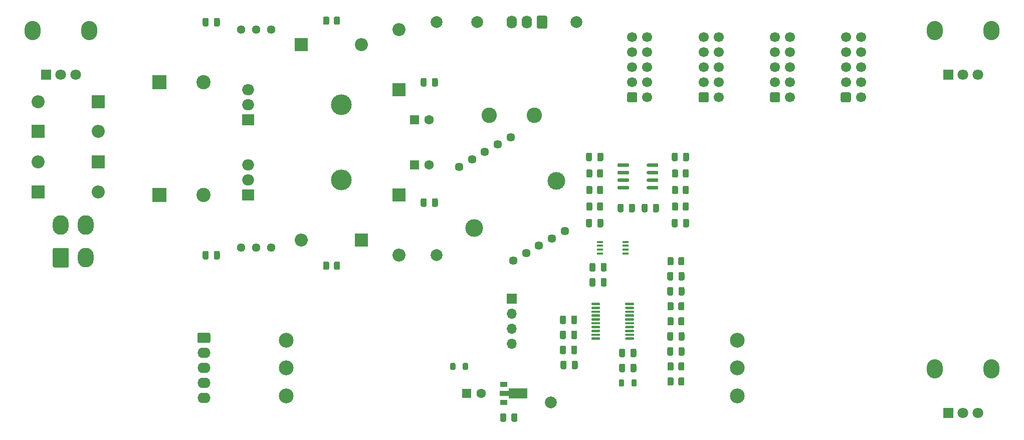
<source format=gbs>
G04 #@! TF.GenerationSoftware,KiCad,Pcbnew,6.0.5+dfsg-1~bpo11+1*
G04 #@! TF.CreationDate,2023-04-15T13:36:49+00:00*
G04 #@! TF.ProjectId,lfo_and_power_supply,6c666f5f-616e-4645-9f70-6f7765725f73,0*
G04 #@! TF.SameCoordinates,Original*
G04 #@! TF.FileFunction,Soldermask,Bot*
G04 #@! TF.FilePolarity,Negative*
%FSLAX46Y46*%
G04 Gerber Fmt 4.6, Leading zero omitted, Abs format (unit mm)*
G04 Created by KiCad (PCBNEW 6.0.5+dfsg-1~bpo11+1) date 2023-04-15 13:36:49*
%MOMM*%
%LPD*%
G01*
G04 APERTURE LIST*
%ADD10C,3.000000*%
%ADD11C,1.451600*%
%ADD12C,2.500000*%
%ADD13O,2.720000X3.240000*%
%ADD14R,1.800000X1.800000*%
%ADD15C,1.800000*%
%ADD16R,2.200000X2.200000*%
%ADD17O,2.200000X2.200000*%
%ADD18R,1.600000X1.600000*%
%ADD19C,1.600000*%
%ADD20C,1.700000*%
%ADD21C,2.000000*%
%ADD22O,3.500000X3.500000*%
%ADD23R,2.000000X1.905000*%
%ADD24O,2.000000X1.905000*%
%ADD25R,1.700000X1.700000*%
%ADD26O,1.700000X1.700000*%
%ADD27R,2.400000X2.400000*%
%ADD28C,2.400000*%
%ADD29O,2.700000X3.300000*%
%ADD30C,2.600000*%
%ADD31C,1.440000*%
%ADD32O,2.190000X1.740000*%
%ADD33R,1.300000X0.900000*%
%ADD34O,1.740000X2.190000*%
%ADD35R,1.100000X0.400000*%
G04 APERTURE END LIST*
D10*
X156068203Y-91567628D03*
X142211797Y-99567628D03*
D11*
X139684873Y-89190868D03*
X141849936Y-87940868D03*
X144015000Y-86690868D03*
X146180064Y-85440868D03*
X148345127Y-84190868D03*
X157495127Y-100039132D03*
X155330064Y-101289132D03*
X153165000Y-102539132D03*
X150999936Y-103789132D03*
X148834873Y-105039132D03*
D12*
X186690000Y-118490000D03*
X186690000Y-123190000D03*
X186690000Y-127890000D03*
D13*
X229590000Y-123310000D03*
X219990000Y-123310000D03*
D14*
X222290000Y-130810000D03*
D15*
X224790000Y-130810000D03*
X227290000Y-130810000D03*
D12*
X110490000Y-118490000D03*
X110490000Y-123190000D03*
X110490000Y-127890000D03*
D13*
X219990000Y-66160000D03*
X229590000Y-66160000D03*
D14*
X222290000Y-73660000D03*
D15*
X224790000Y-73660000D03*
X227290000Y-73660000D03*
D13*
X77190000Y-66160000D03*
X67590000Y-66160000D03*
D14*
X69890000Y-73660000D03*
D15*
X72390000Y-73660000D03*
X74890000Y-73660000D03*
D16*
X78740000Y-78232000D03*
D17*
X68580000Y-78232000D03*
G36*
G01*
X164586500Y-105697000D02*
X164586500Y-106647000D01*
G75*
G02*
X164336500Y-106897000I-250000J0D01*
G01*
X163836500Y-106897000D01*
G75*
G02*
X163586500Y-106647000I0J250000D01*
G01*
X163586500Y-105697000D01*
G75*
G02*
X163836500Y-105447000I250000J0D01*
G01*
X164336500Y-105447000D01*
G75*
G02*
X164586500Y-105697000I0J-250000D01*
G01*
G37*
G36*
G01*
X162686500Y-105697000D02*
X162686500Y-106647000D01*
G75*
G02*
X162436500Y-106897000I-250000J0D01*
G01*
X161936500Y-106897000D01*
G75*
G02*
X161686500Y-106647000I0J250000D01*
G01*
X161686500Y-105697000D01*
G75*
G02*
X161936500Y-105447000I250000J0D01*
G01*
X162436500Y-105447000D01*
G75*
G02*
X162686500Y-105697000I0J-250000D01*
G01*
G37*
G36*
G01*
X159598000Y-119667000D02*
X159598000Y-120617000D01*
G75*
G02*
X159348000Y-120867000I-250000J0D01*
G01*
X158848000Y-120867000D01*
G75*
G02*
X158598000Y-120617000I0J250000D01*
G01*
X158598000Y-119667000D01*
G75*
G02*
X158848000Y-119417000I250000J0D01*
G01*
X159348000Y-119417000D01*
G75*
G02*
X159598000Y-119667000I0J-250000D01*
G01*
G37*
G36*
G01*
X157698000Y-119667000D02*
X157698000Y-120617000D01*
G75*
G02*
X157448000Y-120867000I-250000J0D01*
G01*
X156948000Y-120867000D01*
G75*
G02*
X156698000Y-120617000I0J250000D01*
G01*
X156698000Y-119667000D01*
G75*
G02*
X156948000Y-119417000I250000J0D01*
G01*
X157448000Y-119417000D01*
G75*
G02*
X157698000Y-119667000I0J-250000D01*
G01*
G37*
D16*
X78740000Y-88392000D03*
D17*
X68580000Y-88392000D03*
G36*
G01*
X175613000Y-96368000D02*
X175613000Y-95468000D01*
G75*
G02*
X175863000Y-95218000I250000J0D01*
G01*
X176388000Y-95218000D01*
G75*
G02*
X176638000Y-95468000I0J-250000D01*
G01*
X176638000Y-96368000D01*
G75*
G02*
X176388000Y-96618000I-250000J0D01*
G01*
X175863000Y-96618000D01*
G75*
G02*
X175613000Y-96368000I0J250000D01*
G01*
G37*
G36*
G01*
X177438000Y-96368000D02*
X177438000Y-95468000D01*
G75*
G02*
X177688000Y-95218000I250000J0D01*
G01*
X178213000Y-95218000D01*
G75*
G02*
X178463000Y-95468000I0J-250000D01*
G01*
X178463000Y-96368000D01*
G75*
G02*
X178213000Y-96618000I-250000J0D01*
G01*
X177688000Y-96618000D01*
G75*
G02*
X177438000Y-96368000I0J250000D01*
G01*
G37*
D18*
X132120000Y-88900000D03*
D19*
X134620000Y-88900000D03*
G36*
G01*
X204137500Y-78070000D02*
X204137500Y-76870000D01*
G75*
G02*
X204387500Y-76620000I250000J0D01*
G01*
X205587500Y-76620000D01*
G75*
G02*
X205837500Y-76870000I0J-250000D01*
G01*
X205837500Y-78070000D01*
G75*
G02*
X205587500Y-78320000I-250000J0D01*
G01*
X204387500Y-78320000D01*
G75*
G02*
X204137500Y-78070000I0J250000D01*
G01*
G37*
D20*
X207527500Y-77470000D03*
X204987500Y-74930000D03*
X207527500Y-74930000D03*
X204987500Y-72390000D03*
X207527500Y-72390000D03*
X204987500Y-69850000D03*
X207527500Y-69850000D03*
X204987500Y-67310000D03*
X207527500Y-67310000D03*
D16*
X68580000Y-93472000D03*
D17*
X78740000Y-93472000D03*
G36*
G01*
X163985000Y-89880000D02*
X163985000Y-90780000D01*
G75*
G02*
X163735000Y-91030000I-250000J0D01*
G01*
X163210000Y-91030000D01*
G75*
G02*
X162960000Y-90780000I0J250000D01*
G01*
X162960000Y-89880000D01*
G75*
G02*
X163210000Y-89630000I250000J0D01*
G01*
X163735000Y-89630000D01*
G75*
G02*
X163985000Y-89880000I0J-250000D01*
G01*
G37*
G36*
G01*
X162160000Y-89880000D02*
X162160000Y-90780000D01*
G75*
G02*
X161910000Y-91030000I-250000J0D01*
G01*
X161385000Y-91030000D01*
G75*
G02*
X161135000Y-90780000I0J250000D01*
G01*
X161135000Y-89880000D01*
G75*
G02*
X161385000Y-89630000I250000J0D01*
G01*
X161910000Y-89630000D01*
G75*
G02*
X162160000Y-89880000I0J-250000D01*
G01*
G37*
G36*
G01*
X174826000Y-110711000D02*
X174826000Y-109761000D01*
G75*
G02*
X175076000Y-109511000I250000J0D01*
G01*
X175576000Y-109511000D01*
G75*
G02*
X175826000Y-109761000I0J-250000D01*
G01*
X175826000Y-110711000D01*
G75*
G02*
X175576000Y-110961000I-250000J0D01*
G01*
X175076000Y-110961000D01*
G75*
G02*
X174826000Y-110711000I0J250000D01*
G01*
G37*
G36*
G01*
X176726000Y-110711000D02*
X176726000Y-109761000D01*
G75*
G02*
X176976000Y-109511000I250000J0D01*
G01*
X177476000Y-109511000D01*
G75*
G02*
X177726000Y-109761000I0J-250000D01*
G01*
X177726000Y-110711000D01*
G75*
G02*
X177476000Y-110961000I-250000J0D01*
G01*
X176976000Y-110961000D01*
G75*
G02*
X176726000Y-110711000I0J250000D01*
G01*
G37*
G36*
G01*
X99240000Y-64295000D02*
X99240000Y-65245000D01*
G75*
G02*
X98990000Y-65495000I-250000J0D01*
G01*
X98490000Y-65495000D01*
G75*
G02*
X98240000Y-65245000I0J250000D01*
G01*
X98240000Y-64295000D01*
G75*
G02*
X98490000Y-64045000I250000J0D01*
G01*
X98990000Y-64045000D01*
G75*
G02*
X99240000Y-64295000I0J-250000D01*
G01*
G37*
G36*
G01*
X97340000Y-64295000D02*
X97340000Y-65245000D01*
G75*
G02*
X97090000Y-65495000I-250000J0D01*
G01*
X96590000Y-65495000D01*
G75*
G02*
X96340000Y-65245000I0J250000D01*
G01*
X96340000Y-64295000D01*
G75*
G02*
X96590000Y-64045000I250000J0D01*
G01*
X97090000Y-64045000D01*
G75*
G02*
X97340000Y-64295000I0J-250000D01*
G01*
G37*
G36*
G01*
X99240000Y-103665000D02*
X99240000Y-104615000D01*
G75*
G02*
X98990000Y-104865000I-250000J0D01*
G01*
X98490000Y-104865000D01*
G75*
G02*
X98240000Y-104615000I0J250000D01*
G01*
X98240000Y-103665000D01*
G75*
G02*
X98490000Y-103415000I250000J0D01*
G01*
X98990000Y-103415000D01*
G75*
G02*
X99240000Y-103665000I0J-250000D01*
G01*
G37*
G36*
G01*
X97340000Y-103665000D02*
X97340000Y-104615000D01*
G75*
G02*
X97090000Y-104865000I-250000J0D01*
G01*
X96590000Y-104865000D01*
G75*
G02*
X96340000Y-104615000I0J250000D01*
G01*
X96340000Y-103665000D01*
G75*
G02*
X96590000Y-103415000I250000J0D01*
G01*
X97090000Y-103415000D01*
G75*
G02*
X97340000Y-103665000I0J-250000D01*
G01*
G37*
G36*
G01*
X166648000Y-126111250D02*
X166648000Y-125348750D01*
G75*
G02*
X166866750Y-125130000I218750J0D01*
G01*
X167304250Y-125130000D01*
G75*
G02*
X167523000Y-125348750I0J-218750D01*
G01*
X167523000Y-126111250D01*
G75*
G02*
X167304250Y-126330000I-218750J0D01*
G01*
X166866750Y-126330000D01*
G75*
G02*
X166648000Y-126111250I0J218750D01*
G01*
G37*
G36*
G01*
X168773000Y-126111250D02*
X168773000Y-125348750D01*
G75*
G02*
X168991750Y-125130000I218750J0D01*
G01*
X169429250Y-125130000D01*
G75*
G02*
X169648000Y-125348750I0J-218750D01*
G01*
X169648000Y-126111250D01*
G75*
G02*
X169429250Y-126330000I-218750J0D01*
G01*
X168991750Y-126330000D01*
G75*
G02*
X168773000Y-126111250I0J218750D01*
G01*
G37*
G36*
G01*
X169344000Y-95697000D02*
X169344000Y-96647000D01*
G75*
G02*
X169094000Y-96897000I-250000J0D01*
G01*
X168594000Y-96897000D01*
G75*
G02*
X168344000Y-96647000I0J250000D01*
G01*
X168344000Y-95697000D01*
G75*
G02*
X168594000Y-95447000I250000J0D01*
G01*
X169094000Y-95447000D01*
G75*
G02*
X169344000Y-95697000I0J-250000D01*
G01*
G37*
G36*
G01*
X167444000Y-95697000D02*
X167444000Y-96647000D01*
G75*
G02*
X167194000Y-96897000I-250000J0D01*
G01*
X166694000Y-96897000D01*
G75*
G02*
X166444000Y-96647000I0J250000D01*
G01*
X166444000Y-95697000D01*
G75*
G02*
X166694000Y-95447000I250000J0D01*
G01*
X167194000Y-95447000D01*
G75*
G02*
X167444000Y-95697000I0J-250000D01*
G01*
G37*
D21*
X135890000Y-64770000D03*
G36*
G01*
X133170000Y-95725000D02*
X133170000Y-94775000D01*
G75*
G02*
X133420000Y-94525000I250000J0D01*
G01*
X133920000Y-94525000D01*
G75*
G02*
X134170000Y-94775000I0J-250000D01*
G01*
X134170000Y-95725000D01*
G75*
G02*
X133920000Y-95975000I-250000J0D01*
G01*
X133420000Y-95975000D01*
G75*
G02*
X133170000Y-95725000I0J250000D01*
G01*
G37*
G36*
G01*
X135070000Y-95725000D02*
X135070000Y-94775000D01*
G75*
G02*
X135320000Y-94525000I250000J0D01*
G01*
X135820000Y-94525000D01*
G75*
G02*
X136070000Y-94775000I0J-250000D01*
G01*
X136070000Y-95725000D01*
G75*
G02*
X135820000Y-95975000I-250000J0D01*
G01*
X135320000Y-95975000D01*
G75*
G02*
X135070000Y-95725000I0J250000D01*
G01*
G37*
G36*
G01*
X159598000Y-117127000D02*
X159598000Y-118077000D01*
G75*
G02*
X159348000Y-118327000I-250000J0D01*
G01*
X158848000Y-118327000D01*
G75*
G02*
X158598000Y-118077000I0J250000D01*
G01*
X158598000Y-117127000D01*
G75*
G02*
X158848000Y-116877000I250000J0D01*
G01*
X159348000Y-116877000D01*
G75*
G02*
X159598000Y-117127000I0J-250000D01*
G01*
G37*
G36*
G01*
X157698000Y-117127000D02*
X157698000Y-118077000D01*
G75*
G02*
X157448000Y-118327000I-250000J0D01*
G01*
X156948000Y-118327000D01*
G75*
G02*
X156698000Y-118077000I0J250000D01*
G01*
X156698000Y-117127000D01*
G75*
G02*
X156948000Y-116877000I250000J0D01*
G01*
X157448000Y-116877000D01*
G75*
G02*
X157698000Y-117127000I0J-250000D01*
G01*
G37*
G36*
G01*
X180125000Y-78070000D02*
X180125000Y-76870000D01*
G75*
G02*
X180375000Y-76620000I250000J0D01*
G01*
X181575000Y-76620000D01*
G75*
G02*
X181825000Y-76870000I0J-250000D01*
G01*
X181825000Y-78070000D01*
G75*
G02*
X181575000Y-78320000I-250000J0D01*
G01*
X180375000Y-78320000D01*
G75*
G02*
X180125000Y-78070000I0J250000D01*
G01*
G37*
D20*
X183515000Y-77470000D03*
X180975000Y-74930000D03*
X183515000Y-74930000D03*
X180975000Y-72390000D03*
X183515000Y-72390000D03*
X180975000Y-69850000D03*
X183515000Y-69850000D03*
X180975000Y-67310000D03*
X183515000Y-67310000D03*
G36*
G01*
X166698000Y-123665000D02*
X166698000Y-122715000D01*
G75*
G02*
X166948000Y-122465000I250000J0D01*
G01*
X167448000Y-122465000D01*
G75*
G02*
X167698000Y-122715000I0J-250000D01*
G01*
X167698000Y-123665000D01*
G75*
G02*
X167448000Y-123915000I-250000J0D01*
G01*
X166948000Y-123915000D01*
G75*
G02*
X166698000Y-123665000I0J250000D01*
G01*
G37*
G36*
G01*
X168598000Y-123665000D02*
X168598000Y-122715000D01*
G75*
G02*
X168848000Y-122465000I250000J0D01*
G01*
X169348000Y-122465000D01*
G75*
G02*
X169598000Y-122715000I0J-250000D01*
G01*
X169598000Y-123665000D01*
G75*
G02*
X169348000Y-123915000I-250000J0D01*
G01*
X168848000Y-123915000D01*
G75*
G02*
X168598000Y-123665000I0J250000D01*
G01*
G37*
G36*
G01*
X159692000Y-122207000D02*
X159692000Y-123157000D01*
G75*
G02*
X159442000Y-123407000I-250000J0D01*
G01*
X158942000Y-123407000D01*
G75*
G02*
X158692000Y-123157000I0J250000D01*
G01*
X158692000Y-122207000D01*
G75*
G02*
X158942000Y-121957000I250000J0D01*
G01*
X159442000Y-121957000D01*
G75*
G02*
X159692000Y-122207000I0J-250000D01*
G01*
G37*
G36*
G01*
X157792000Y-122207000D02*
X157792000Y-123157000D01*
G75*
G02*
X157542000Y-123407000I-250000J0D01*
G01*
X157042000Y-123407000D01*
G75*
G02*
X156792000Y-123157000I0J250000D01*
G01*
X156792000Y-122207000D01*
G75*
G02*
X157042000Y-121957000I250000J0D01*
G01*
X157542000Y-121957000D01*
G75*
G02*
X157792000Y-122207000I0J-250000D01*
G01*
G37*
D22*
X119780000Y-78740000D03*
D23*
X103980000Y-81280000D03*
D24*
X103980000Y-78740000D03*
X103980000Y-76200000D03*
D21*
X159512000Y-64770000D03*
G36*
G01*
X116685000Y-64966000D02*
X116685000Y-64066000D01*
G75*
G02*
X116935000Y-63816000I250000J0D01*
G01*
X117460000Y-63816000D01*
G75*
G02*
X117710000Y-64066000I0J-250000D01*
G01*
X117710000Y-64966000D01*
G75*
G02*
X117460000Y-65216000I-250000J0D01*
G01*
X116935000Y-65216000D01*
G75*
G02*
X116685000Y-64966000I0J250000D01*
G01*
G37*
G36*
G01*
X118510000Y-64966000D02*
X118510000Y-64066000D01*
G75*
G02*
X118760000Y-63816000I250000J0D01*
G01*
X119285000Y-63816000D01*
G75*
G02*
X119535000Y-64066000I0J-250000D01*
G01*
X119535000Y-64966000D01*
G75*
G02*
X119285000Y-65216000I-250000J0D01*
G01*
X118760000Y-65216000D01*
G75*
G02*
X118510000Y-64966000I0J250000D01*
G01*
G37*
D16*
X68580000Y-83185000D03*
D17*
X78740000Y-83185000D03*
G36*
G01*
X159598000Y-114587000D02*
X159598000Y-115537000D01*
G75*
G02*
X159348000Y-115787000I-250000J0D01*
G01*
X158848000Y-115787000D01*
G75*
G02*
X158598000Y-115537000I0J250000D01*
G01*
X158598000Y-114587000D01*
G75*
G02*
X158848000Y-114337000I250000J0D01*
G01*
X159348000Y-114337000D01*
G75*
G02*
X159598000Y-114587000I0J-250000D01*
G01*
G37*
G36*
G01*
X157698000Y-114587000D02*
X157698000Y-115537000D01*
G75*
G02*
X157448000Y-115787000I-250000J0D01*
G01*
X156948000Y-115787000D01*
G75*
G02*
X156698000Y-115537000I0J250000D01*
G01*
X156698000Y-114587000D01*
G75*
G02*
X156948000Y-114337000I250000J0D01*
G01*
X157448000Y-114337000D01*
G75*
G02*
X157698000Y-114587000I0J-250000D01*
G01*
G37*
G36*
G01*
X133170000Y-75405000D02*
X133170000Y-74455000D01*
G75*
G02*
X133420000Y-74205000I250000J0D01*
G01*
X133920000Y-74205000D01*
G75*
G02*
X134170000Y-74455000I0J-250000D01*
G01*
X134170000Y-75405000D01*
G75*
G02*
X133920000Y-75655000I-250000J0D01*
G01*
X133420000Y-75655000D01*
G75*
G02*
X133170000Y-75405000I0J250000D01*
G01*
G37*
G36*
G01*
X135070000Y-75405000D02*
X135070000Y-74455000D01*
G75*
G02*
X135320000Y-74205000I250000J0D01*
G01*
X135820000Y-74205000D01*
G75*
G02*
X136070000Y-74455000I0J-250000D01*
G01*
X136070000Y-75405000D01*
G75*
G02*
X135820000Y-75655000I-250000J0D01*
G01*
X135320000Y-75655000D01*
G75*
G02*
X135070000Y-75405000I0J250000D01*
G01*
G37*
G36*
G01*
X174826000Y-118331000D02*
X174826000Y-117381000D01*
G75*
G02*
X175076000Y-117131000I250000J0D01*
G01*
X175576000Y-117131000D01*
G75*
G02*
X175826000Y-117381000I0J-250000D01*
G01*
X175826000Y-118331000D01*
G75*
G02*
X175576000Y-118581000I-250000J0D01*
G01*
X175076000Y-118581000D01*
G75*
G02*
X174826000Y-118331000I0J250000D01*
G01*
G37*
G36*
G01*
X176726000Y-118331000D02*
X176726000Y-117381000D01*
G75*
G02*
X176976000Y-117131000I250000J0D01*
G01*
X177476000Y-117131000D01*
G75*
G02*
X177726000Y-117381000I0J-250000D01*
G01*
X177726000Y-118331000D01*
G75*
G02*
X177476000Y-118581000I-250000J0D01*
G01*
X176976000Y-118581000D01*
G75*
G02*
X176726000Y-118331000I0J250000D01*
G01*
G37*
G36*
G01*
X174826000Y-108171000D02*
X174826000Y-107221000D01*
G75*
G02*
X175076000Y-106971000I250000J0D01*
G01*
X175576000Y-106971000D01*
G75*
G02*
X175826000Y-107221000I0J-250000D01*
G01*
X175826000Y-108171000D01*
G75*
G02*
X175576000Y-108421000I-250000J0D01*
G01*
X175076000Y-108421000D01*
G75*
G02*
X174826000Y-108171000I0J250000D01*
G01*
G37*
G36*
G01*
X176726000Y-108171000D02*
X176726000Y-107221000D01*
G75*
G02*
X176976000Y-106971000I250000J0D01*
G01*
X177476000Y-106971000D01*
G75*
G02*
X177726000Y-107221000I0J-250000D01*
G01*
X177726000Y-108171000D01*
G75*
G02*
X177476000Y-108421000I-250000J0D01*
G01*
X176976000Y-108421000D01*
G75*
G02*
X176726000Y-108171000I0J250000D01*
G01*
G37*
G36*
G01*
X177701000Y-114866000D02*
X177701000Y-115766000D01*
G75*
G02*
X177451000Y-116016000I-250000J0D01*
G01*
X176926000Y-116016000D01*
G75*
G02*
X176676000Y-115766000I0J250000D01*
G01*
X176676000Y-114866000D01*
G75*
G02*
X176926000Y-114616000I250000J0D01*
G01*
X177451000Y-114616000D01*
G75*
G02*
X177701000Y-114866000I0J-250000D01*
G01*
G37*
G36*
G01*
X175876000Y-114866000D02*
X175876000Y-115766000D01*
G75*
G02*
X175626000Y-116016000I-250000J0D01*
G01*
X175101000Y-116016000D01*
G75*
G02*
X174851000Y-115766000I0J250000D01*
G01*
X174851000Y-114866000D01*
G75*
G02*
X175101000Y-114616000I250000J0D01*
G01*
X175626000Y-114616000D01*
G75*
G02*
X175876000Y-114866000I0J-250000D01*
G01*
G37*
G36*
G01*
X178463000Y-92674000D02*
X178463000Y-93574000D01*
G75*
G02*
X178213000Y-93824000I-250000J0D01*
G01*
X177688000Y-93824000D01*
G75*
G02*
X177438000Y-93574000I0J250000D01*
G01*
X177438000Y-92674000D01*
G75*
G02*
X177688000Y-92424000I250000J0D01*
G01*
X178213000Y-92424000D01*
G75*
G02*
X178463000Y-92674000I0J-250000D01*
G01*
G37*
G36*
G01*
X176638000Y-92674000D02*
X176638000Y-93574000D01*
G75*
G02*
X176388000Y-93824000I-250000J0D01*
G01*
X175863000Y-93824000D01*
G75*
G02*
X175613000Y-93574000I0J250000D01*
G01*
X175613000Y-92674000D01*
G75*
G02*
X175863000Y-92424000I250000J0D01*
G01*
X176388000Y-92424000D01*
G75*
G02*
X176638000Y-92674000I0J-250000D01*
G01*
G37*
G36*
G01*
X169208000Y-112291000D02*
X169208000Y-112491000D01*
G75*
G02*
X169108000Y-112591000I-100000J0D01*
G01*
X167833000Y-112591000D01*
G75*
G02*
X167733000Y-112491000I0J100000D01*
G01*
X167733000Y-112291000D01*
G75*
G02*
X167833000Y-112191000I100000J0D01*
G01*
X169108000Y-112191000D01*
G75*
G02*
X169208000Y-112291000I0J-100000D01*
G01*
G37*
G36*
G01*
X169208000Y-112941000D02*
X169208000Y-113141000D01*
G75*
G02*
X169108000Y-113241000I-100000J0D01*
G01*
X167833000Y-113241000D01*
G75*
G02*
X167733000Y-113141000I0J100000D01*
G01*
X167733000Y-112941000D01*
G75*
G02*
X167833000Y-112841000I100000J0D01*
G01*
X169108000Y-112841000D01*
G75*
G02*
X169208000Y-112941000I0J-100000D01*
G01*
G37*
G36*
G01*
X169208000Y-113591000D02*
X169208000Y-113791000D01*
G75*
G02*
X169108000Y-113891000I-100000J0D01*
G01*
X167833000Y-113891000D01*
G75*
G02*
X167733000Y-113791000I0J100000D01*
G01*
X167733000Y-113591000D01*
G75*
G02*
X167833000Y-113491000I100000J0D01*
G01*
X169108000Y-113491000D01*
G75*
G02*
X169208000Y-113591000I0J-100000D01*
G01*
G37*
G36*
G01*
X169208000Y-114241000D02*
X169208000Y-114441000D01*
G75*
G02*
X169108000Y-114541000I-100000J0D01*
G01*
X167833000Y-114541000D01*
G75*
G02*
X167733000Y-114441000I0J100000D01*
G01*
X167733000Y-114241000D01*
G75*
G02*
X167833000Y-114141000I100000J0D01*
G01*
X169108000Y-114141000D01*
G75*
G02*
X169208000Y-114241000I0J-100000D01*
G01*
G37*
G36*
G01*
X169208000Y-114891000D02*
X169208000Y-115091000D01*
G75*
G02*
X169108000Y-115191000I-100000J0D01*
G01*
X167833000Y-115191000D01*
G75*
G02*
X167733000Y-115091000I0J100000D01*
G01*
X167733000Y-114891000D01*
G75*
G02*
X167833000Y-114791000I100000J0D01*
G01*
X169108000Y-114791000D01*
G75*
G02*
X169208000Y-114891000I0J-100000D01*
G01*
G37*
G36*
G01*
X169208000Y-115541000D02*
X169208000Y-115741000D01*
G75*
G02*
X169108000Y-115841000I-100000J0D01*
G01*
X167833000Y-115841000D01*
G75*
G02*
X167733000Y-115741000I0J100000D01*
G01*
X167733000Y-115541000D01*
G75*
G02*
X167833000Y-115441000I100000J0D01*
G01*
X169108000Y-115441000D01*
G75*
G02*
X169208000Y-115541000I0J-100000D01*
G01*
G37*
G36*
G01*
X169208000Y-116191000D02*
X169208000Y-116391000D01*
G75*
G02*
X169108000Y-116491000I-100000J0D01*
G01*
X167833000Y-116491000D01*
G75*
G02*
X167733000Y-116391000I0J100000D01*
G01*
X167733000Y-116191000D01*
G75*
G02*
X167833000Y-116091000I100000J0D01*
G01*
X169108000Y-116091000D01*
G75*
G02*
X169208000Y-116191000I0J-100000D01*
G01*
G37*
G36*
G01*
X169208000Y-116841000D02*
X169208000Y-117041000D01*
G75*
G02*
X169108000Y-117141000I-100000J0D01*
G01*
X167833000Y-117141000D01*
G75*
G02*
X167733000Y-117041000I0J100000D01*
G01*
X167733000Y-116841000D01*
G75*
G02*
X167833000Y-116741000I100000J0D01*
G01*
X169108000Y-116741000D01*
G75*
G02*
X169208000Y-116841000I0J-100000D01*
G01*
G37*
G36*
G01*
X169208000Y-117491000D02*
X169208000Y-117691000D01*
G75*
G02*
X169108000Y-117791000I-100000J0D01*
G01*
X167833000Y-117791000D01*
G75*
G02*
X167733000Y-117691000I0J100000D01*
G01*
X167733000Y-117491000D01*
G75*
G02*
X167833000Y-117391000I100000J0D01*
G01*
X169108000Y-117391000D01*
G75*
G02*
X169208000Y-117491000I0J-100000D01*
G01*
G37*
G36*
G01*
X169208000Y-118141000D02*
X169208000Y-118341000D01*
G75*
G02*
X169108000Y-118441000I-100000J0D01*
G01*
X167833000Y-118441000D01*
G75*
G02*
X167733000Y-118341000I0J100000D01*
G01*
X167733000Y-118141000D01*
G75*
G02*
X167833000Y-118041000I100000J0D01*
G01*
X169108000Y-118041000D01*
G75*
G02*
X169208000Y-118141000I0J-100000D01*
G01*
G37*
G36*
G01*
X163483000Y-118141000D02*
X163483000Y-118341000D01*
G75*
G02*
X163383000Y-118441000I-100000J0D01*
G01*
X162108000Y-118441000D01*
G75*
G02*
X162008000Y-118341000I0J100000D01*
G01*
X162008000Y-118141000D01*
G75*
G02*
X162108000Y-118041000I100000J0D01*
G01*
X163383000Y-118041000D01*
G75*
G02*
X163483000Y-118141000I0J-100000D01*
G01*
G37*
G36*
G01*
X163483000Y-117491000D02*
X163483000Y-117691000D01*
G75*
G02*
X163383000Y-117791000I-100000J0D01*
G01*
X162108000Y-117791000D01*
G75*
G02*
X162008000Y-117691000I0J100000D01*
G01*
X162008000Y-117491000D01*
G75*
G02*
X162108000Y-117391000I100000J0D01*
G01*
X163383000Y-117391000D01*
G75*
G02*
X163483000Y-117491000I0J-100000D01*
G01*
G37*
G36*
G01*
X163483000Y-116841000D02*
X163483000Y-117041000D01*
G75*
G02*
X163383000Y-117141000I-100000J0D01*
G01*
X162108000Y-117141000D01*
G75*
G02*
X162008000Y-117041000I0J100000D01*
G01*
X162008000Y-116841000D01*
G75*
G02*
X162108000Y-116741000I100000J0D01*
G01*
X163383000Y-116741000D01*
G75*
G02*
X163483000Y-116841000I0J-100000D01*
G01*
G37*
G36*
G01*
X163483000Y-116191000D02*
X163483000Y-116391000D01*
G75*
G02*
X163383000Y-116491000I-100000J0D01*
G01*
X162108000Y-116491000D01*
G75*
G02*
X162008000Y-116391000I0J100000D01*
G01*
X162008000Y-116191000D01*
G75*
G02*
X162108000Y-116091000I100000J0D01*
G01*
X163383000Y-116091000D01*
G75*
G02*
X163483000Y-116191000I0J-100000D01*
G01*
G37*
G36*
G01*
X163483000Y-115541000D02*
X163483000Y-115741000D01*
G75*
G02*
X163383000Y-115841000I-100000J0D01*
G01*
X162108000Y-115841000D01*
G75*
G02*
X162008000Y-115741000I0J100000D01*
G01*
X162008000Y-115541000D01*
G75*
G02*
X162108000Y-115441000I100000J0D01*
G01*
X163383000Y-115441000D01*
G75*
G02*
X163483000Y-115541000I0J-100000D01*
G01*
G37*
G36*
G01*
X163483000Y-114891000D02*
X163483000Y-115091000D01*
G75*
G02*
X163383000Y-115191000I-100000J0D01*
G01*
X162108000Y-115191000D01*
G75*
G02*
X162008000Y-115091000I0J100000D01*
G01*
X162008000Y-114891000D01*
G75*
G02*
X162108000Y-114791000I100000J0D01*
G01*
X163383000Y-114791000D01*
G75*
G02*
X163483000Y-114891000I0J-100000D01*
G01*
G37*
G36*
G01*
X163483000Y-114241000D02*
X163483000Y-114441000D01*
G75*
G02*
X163383000Y-114541000I-100000J0D01*
G01*
X162108000Y-114541000D01*
G75*
G02*
X162008000Y-114441000I0J100000D01*
G01*
X162008000Y-114241000D01*
G75*
G02*
X162108000Y-114141000I100000J0D01*
G01*
X163383000Y-114141000D01*
G75*
G02*
X163483000Y-114241000I0J-100000D01*
G01*
G37*
G36*
G01*
X163483000Y-113591000D02*
X163483000Y-113791000D01*
G75*
G02*
X163383000Y-113891000I-100000J0D01*
G01*
X162108000Y-113891000D01*
G75*
G02*
X162008000Y-113791000I0J100000D01*
G01*
X162008000Y-113591000D01*
G75*
G02*
X162108000Y-113491000I100000J0D01*
G01*
X163383000Y-113491000D01*
G75*
G02*
X163483000Y-113591000I0J-100000D01*
G01*
G37*
G36*
G01*
X163483000Y-112941000D02*
X163483000Y-113141000D01*
G75*
G02*
X163383000Y-113241000I-100000J0D01*
G01*
X162108000Y-113241000D01*
G75*
G02*
X162008000Y-113141000I0J100000D01*
G01*
X162008000Y-112941000D01*
G75*
G02*
X162108000Y-112841000I100000J0D01*
G01*
X163383000Y-112841000D01*
G75*
G02*
X163483000Y-112941000I0J-100000D01*
G01*
G37*
G36*
G01*
X163483000Y-112291000D02*
X163483000Y-112491000D01*
G75*
G02*
X163383000Y-112591000I-100000J0D01*
G01*
X162108000Y-112591000D01*
G75*
G02*
X162008000Y-112491000I0J100000D01*
G01*
X162008000Y-112291000D01*
G75*
G02*
X162108000Y-112191000I100000J0D01*
G01*
X163383000Y-112191000D01*
G75*
G02*
X163483000Y-112291000I0J-100000D01*
G01*
G37*
D18*
X140931500Y-127508000D03*
D19*
X143431500Y-127508000D03*
G36*
G01*
X173315000Y-88783000D02*
X173315000Y-89083000D01*
G75*
G02*
X173165000Y-89233000I-150000J0D01*
G01*
X171515000Y-89233000D01*
G75*
G02*
X171365000Y-89083000I0J150000D01*
G01*
X171365000Y-88783000D01*
G75*
G02*
X171515000Y-88633000I150000J0D01*
G01*
X173165000Y-88633000D01*
G75*
G02*
X173315000Y-88783000I0J-150000D01*
G01*
G37*
G36*
G01*
X173315000Y-90053000D02*
X173315000Y-90353000D01*
G75*
G02*
X173165000Y-90503000I-150000J0D01*
G01*
X171515000Y-90503000D01*
G75*
G02*
X171365000Y-90353000I0J150000D01*
G01*
X171365000Y-90053000D01*
G75*
G02*
X171515000Y-89903000I150000J0D01*
G01*
X173165000Y-89903000D01*
G75*
G02*
X173315000Y-90053000I0J-150000D01*
G01*
G37*
G36*
G01*
X173315000Y-91323000D02*
X173315000Y-91623000D01*
G75*
G02*
X173165000Y-91773000I-150000J0D01*
G01*
X171515000Y-91773000D01*
G75*
G02*
X171365000Y-91623000I0J150000D01*
G01*
X171365000Y-91323000D01*
G75*
G02*
X171515000Y-91173000I150000J0D01*
G01*
X173165000Y-91173000D01*
G75*
G02*
X173315000Y-91323000I0J-150000D01*
G01*
G37*
G36*
G01*
X173315000Y-92593000D02*
X173315000Y-92893000D01*
G75*
G02*
X173165000Y-93043000I-150000J0D01*
G01*
X171515000Y-93043000D01*
G75*
G02*
X171365000Y-92893000I0J150000D01*
G01*
X171365000Y-92593000D01*
G75*
G02*
X171515000Y-92443000I150000J0D01*
G01*
X173165000Y-92443000D01*
G75*
G02*
X173315000Y-92593000I0J-150000D01*
G01*
G37*
G36*
G01*
X168365000Y-92593000D02*
X168365000Y-92893000D01*
G75*
G02*
X168215000Y-93043000I-150000J0D01*
G01*
X166565000Y-93043000D01*
G75*
G02*
X166415000Y-92893000I0J150000D01*
G01*
X166415000Y-92593000D01*
G75*
G02*
X166565000Y-92443000I150000J0D01*
G01*
X168215000Y-92443000D01*
G75*
G02*
X168365000Y-92593000I0J-150000D01*
G01*
G37*
G36*
G01*
X168365000Y-91323000D02*
X168365000Y-91623000D01*
G75*
G02*
X168215000Y-91773000I-150000J0D01*
G01*
X166565000Y-91773000D01*
G75*
G02*
X166415000Y-91623000I0J150000D01*
G01*
X166415000Y-91323000D01*
G75*
G02*
X166565000Y-91173000I150000J0D01*
G01*
X168215000Y-91173000D01*
G75*
G02*
X168365000Y-91323000I0J-150000D01*
G01*
G37*
G36*
G01*
X168365000Y-90053000D02*
X168365000Y-90353000D01*
G75*
G02*
X168215000Y-90503000I-150000J0D01*
G01*
X166565000Y-90503000D01*
G75*
G02*
X166415000Y-90353000I0J150000D01*
G01*
X166415000Y-90053000D01*
G75*
G02*
X166565000Y-89903000I150000J0D01*
G01*
X168215000Y-89903000D01*
G75*
G02*
X168365000Y-90053000I0J-150000D01*
G01*
G37*
G36*
G01*
X168365000Y-88783000D02*
X168365000Y-89083000D01*
G75*
G02*
X168215000Y-89233000I-150000J0D01*
G01*
X166565000Y-89233000D01*
G75*
G02*
X166415000Y-89083000I0J150000D01*
G01*
X166415000Y-88783000D01*
G75*
G02*
X166565000Y-88633000I150000J0D01*
G01*
X168215000Y-88633000D01*
G75*
G02*
X168365000Y-88783000I0J-150000D01*
G01*
G37*
D22*
X119780000Y-91440000D03*
D23*
X103980000Y-93980000D03*
D24*
X103980000Y-91440000D03*
X103980000Y-88900000D03*
G36*
G01*
X166698000Y-121125000D02*
X166698000Y-120175000D01*
G75*
G02*
X166948000Y-119925000I250000J0D01*
G01*
X167448000Y-119925000D01*
G75*
G02*
X167698000Y-120175000I0J-250000D01*
G01*
X167698000Y-121125000D01*
G75*
G02*
X167448000Y-121375000I-250000J0D01*
G01*
X166948000Y-121375000D01*
G75*
G02*
X166698000Y-121125000I0J250000D01*
G01*
G37*
G36*
G01*
X168598000Y-121125000D02*
X168598000Y-120175000D01*
G75*
G02*
X168848000Y-119925000I250000J0D01*
G01*
X169348000Y-119925000D01*
G75*
G02*
X169598000Y-120175000I0J-250000D01*
G01*
X169598000Y-121125000D01*
G75*
G02*
X169348000Y-121375000I-250000J0D01*
G01*
X168848000Y-121375000D01*
G75*
G02*
X168598000Y-121125000I0J250000D01*
G01*
G37*
G36*
G01*
X168060000Y-78070000D02*
X168060000Y-76870000D01*
G75*
G02*
X168310000Y-76620000I250000J0D01*
G01*
X169510000Y-76620000D01*
G75*
G02*
X169760000Y-76870000I0J-250000D01*
G01*
X169760000Y-78070000D01*
G75*
G02*
X169510000Y-78320000I-250000J0D01*
G01*
X168310000Y-78320000D01*
G75*
G02*
X168060000Y-78070000I0J250000D01*
G01*
G37*
D20*
X171450000Y-77470000D03*
X168910000Y-74930000D03*
X171450000Y-74930000D03*
X168910000Y-72390000D03*
X171450000Y-72390000D03*
X168910000Y-69850000D03*
X171450000Y-69850000D03*
X168910000Y-67310000D03*
X171450000Y-67310000D03*
D25*
X148590000Y-111506000D03*
D26*
X148590000Y-114046000D03*
X148590000Y-116586000D03*
X148590000Y-119126000D03*
D16*
X113030000Y-68580000D03*
D17*
X123190000Y-68580000D03*
D21*
X135890000Y-104140000D03*
G36*
G01*
X164010000Y-98237000D02*
X164010000Y-99187000D01*
G75*
G02*
X163760000Y-99437000I-250000J0D01*
G01*
X163260000Y-99437000D01*
G75*
G02*
X163010000Y-99187000I0J250000D01*
G01*
X163010000Y-98237000D01*
G75*
G02*
X163260000Y-97987000I250000J0D01*
G01*
X163760000Y-97987000D01*
G75*
G02*
X164010000Y-98237000I0J-250000D01*
G01*
G37*
G36*
G01*
X162110000Y-98237000D02*
X162110000Y-99187000D01*
G75*
G02*
X161860000Y-99437000I-250000J0D01*
G01*
X161360000Y-99437000D01*
G75*
G02*
X161110000Y-99187000I0J250000D01*
G01*
X161110000Y-98237000D01*
G75*
G02*
X161360000Y-97987000I250000J0D01*
G01*
X161860000Y-97987000D01*
G75*
G02*
X162110000Y-98237000I0J-250000D01*
G01*
G37*
D27*
X89020000Y-74930000D03*
D28*
X96520000Y-74930000D03*
G36*
G01*
X138161500Y-123317250D02*
X138161500Y-122554750D01*
G75*
G02*
X138380250Y-122336000I218750J0D01*
G01*
X138817750Y-122336000D01*
G75*
G02*
X139036500Y-122554750I0J-218750D01*
G01*
X139036500Y-123317250D01*
G75*
G02*
X138817750Y-123536000I-218750J0D01*
G01*
X138380250Y-123536000D01*
G75*
G02*
X138161500Y-123317250I0J218750D01*
G01*
G37*
G36*
G01*
X140286500Y-123317250D02*
X140286500Y-122554750D01*
G75*
G02*
X140505250Y-122336000I218750J0D01*
G01*
X140942750Y-122336000D01*
G75*
G02*
X141161500Y-122554750I0J-218750D01*
G01*
X141161500Y-123317250D01*
G75*
G02*
X140942750Y-123536000I-218750J0D01*
G01*
X140505250Y-123536000D01*
G75*
G02*
X140286500Y-123317250I0J218750D01*
G01*
G37*
G36*
G01*
X174851000Y-123386000D02*
X174851000Y-122486000D01*
G75*
G02*
X175101000Y-122236000I250000J0D01*
G01*
X175626000Y-122236000D01*
G75*
G02*
X175876000Y-122486000I0J-250000D01*
G01*
X175876000Y-123386000D01*
G75*
G02*
X175626000Y-123636000I-250000J0D01*
G01*
X175101000Y-123636000D01*
G75*
G02*
X174851000Y-123386000I0J250000D01*
G01*
G37*
G36*
G01*
X176676000Y-123386000D02*
X176676000Y-122486000D01*
G75*
G02*
X176926000Y-122236000I250000J0D01*
G01*
X177451000Y-122236000D01*
G75*
G02*
X177701000Y-122486000I0J-250000D01*
G01*
X177701000Y-123386000D01*
G75*
G02*
X177451000Y-123636000I-250000J0D01*
G01*
X176926000Y-123636000D01*
G75*
G02*
X176676000Y-123386000I0J250000D01*
G01*
G37*
G36*
G01*
X163985000Y-95468000D02*
X163985000Y-96368000D01*
G75*
G02*
X163735000Y-96618000I-250000J0D01*
G01*
X163210000Y-96618000D01*
G75*
G02*
X162960000Y-96368000I0J250000D01*
G01*
X162960000Y-95468000D01*
G75*
G02*
X163210000Y-95218000I250000J0D01*
G01*
X163735000Y-95218000D01*
G75*
G02*
X163985000Y-95468000I0J-250000D01*
G01*
G37*
G36*
G01*
X162160000Y-95468000D02*
X162160000Y-96368000D01*
G75*
G02*
X161910000Y-96618000I-250000J0D01*
G01*
X161385000Y-96618000D01*
G75*
G02*
X161135000Y-96368000I0J250000D01*
G01*
X161135000Y-95468000D01*
G75*
G02*
X161385000Y-95218000I250000J0D01*
G01*
X161910000Y-95218000D01*
G75*
G02*
X162160000Y-95468000I0J-250000D01*
G01*
G37*
D21*
X155194000Y-129032000D03*
D18*
X132120000Y-81280000D03*
D19*
X134620000Y-81280000D03*
G36*
G01*
X175613000Y-90780000D02*
X175613000Y-89880000D01*
G75*
G02*
X175863000Y-89630000I250000J0D01*
G01*
X176388000Y-89630000D01*
G75*
G02*
X176638000Y-89880000I0J-250000D01*
G01*
X176638000Y-90780000D01*
G75*
G02*
X176388000Y-91030000I-250000J0D01*
G01*
X175863000Y-91030000D01*
G75*
G02*
X175613000Y-90780000I0J250000D01*
G01*
G37*
G36*
G01*
X177438000Y-90780000D02*
X177438000Y-89880000D01*
G75*
G02*
X177688000Y-89630000I250000J0D01*
G01*
X178213000Y-89630000D01*
G75*
G02*
X178463000Y-89880000I0J-250000D01*
G01*
X178463000Y-90780000D01*
G75*
G02*
X178213000Y-91030000I-250000J0D01*
G01*
X177688000Y-91030000D01*
G75*
G02*
X177438000Y-90780000I0J250000D01*
G01*
G37*
G36*
G01*
X174851000Y-113226000D02*
X174851000Y-112326000D01*
G75*
G02*
X175101000Y-112076000I250000J0D01*
G01*
X175626000Y-112076000D01*
G75*
G02*
X175876000Y-112326000I0J-250000D01*
G01*
X175876000Y-113226000D01*
G75*
G02*
X175626000Y-113476000I-250000J0D01*
G01*
X175101000Y-113476000D01*
G75*
G02*
X174851000Y-113226000I0J250000D01*
G01*
G37*
G36*
G01*
X176676000Y-113226000D02*
X176676000Y-112326000D01*
G75*
G02*
X176926000Y-112076000I250000J0D01*
G01*
X177451000Y-112076000D01*
G75*
G02*
X177701000Y-112326000I0J-250000D01*
G01*
X177701000Y-113226000D01*
G75*
G02*
X177451000Y-113476000I-250000J0D01*
G01*
X176926000Y-113476000D01*
G75*
G02*
X176676000Y-113226000I0J250000D01*
G01*
G37*
D16*
X129540000Y-93980000D03*
D17*
X129540000Y-104140000D03*
D16*
X129540000Y-76200000D03*
D17*
X129540000Y-66040000D03*
G36*
G01*
X177701000Y-125026000D02*
X177701000Y-125926000D01*
G75*
G02*
X177451000Y-126176000I-250000J0D01*
G01*
X176926000Y-126176000D01*
G75*
G02*
X176676000Y-125926000I0J250000D01*
G01*
X176676000Y-125026000D01*
G75*
G02*
X176926000Y-124776000I250000J0D01*
G01*
X177451000Y-124776000D01*
G75*
G02*
X177701000Y-125026000I0J-250000D01*
G01*
G37*
G36*
G01*
X175876000Y-125026000D02*
X175876000Y-125926000D01*
G75*
G02*
X175626000Y-126176000I-250000J0D01*
G01*
X175101000Y-126176000D01*
G75*
G02*
X174851000Y-125926000I0J250000D01*
G01*
X174851000Y-125026000D01*
G75*
G02*
X175101000Y-124776000I250000J0D01*
G01*
X175626000Y-124776000D01*
G75*
G02*
X175876000Y-125026000I0J-250000D01*
G01*
G37*
G36*
G01*
X116685000Y-106368000D02*
X116685000Y-105468000D01*
G75*
G02*
X116935000Y-105218000I250000J0D01*
G01*
X117460000Y-105218000D01*
G75*
G02*
X117710000Y-105468000I0J-250000D01*
G01*
X117710000Y-106368000D01*
G75*
G02*
X117460000Y-106618000I-250000J0D01*
G01*
X116935000Y-106618000D01*
G75*
G02*
X116685000Y-106368000I0J250000D01*
G01*
G37*
G36*
G01*
X118510000Y-106368000D02*
X118510000Y-105468000D01*
G75*
G02*
X118760000Y-105218000I250000J0D01*
G01*
X119285000Y-105218000D01*
G75*
G02*
X119535000Y-105468000I0J-250000D01*
G01*
X119535000Y-106368000D01*
G75*
G02*
X119285000Y-106618000I-250000J0D01*
G01*
X118760000Y-106618000D01*
G75*
G02*
X118510000Y-106368000I0J250000D01*
G01*
G37*
G36*
G01*
X71040000Y-105959999D02*
X71040000Y-103160001D01*
G75*
G02*
X71290001Y-102910000I250001J0D01*
G01*
X73489999Y-102910000D01*
G75*
G02*
X73740000Y-103160001I0J-250001D01*
G01*
X73740000Y-105959999D01*
G75*
G02*
X73489999Y-106210000I-250001J0D01*
G01*
X71290001Y-106210000D01*
G75*
G02*
X71040000Y-105959999I0J250001D01*
G01*
G37*
D29*
X76590000Y-104560000D03*
X72390000Y-99060000D03*
X76590000Y-99060000D03*
D30*
X144780000Y-80518000D03*
X152400000Y-80518000D03*
G36*
G01*
X149493500Y-131097000D02*
X149493500Y-132047000D01*
G75*
G02*
X149243500Y-132297000I-250000J0D01*
G01*
X148743500Y-132297000D01*
G75*
G02*
X148493500Y-132047000I0J250000D01*
G01*
X148493500Y-131097000D01*
G75*
G02*
X148743500Y-130847000I250000J0D01*
G01*
X149243500Y-130847000D01*
G75*
G02*
X149493500Y-131097000I0J-250000D01*
G01*
G37*
G36*
G01*
X147593500Y-131097000D02*
X147593500Y-132047000D01*
G75*
G02*
X147343500Y-132297000I-250000J0D01*
G01*
X146843500Y-132297000D01*
G75*
G02*
X146593500Y-132047000I0J250000D01*
G01*
X146593500Y-131097000D01*
G75*
G02*
X146843500Y-130847000I250000J0D01*
G01*
X147343500Y-130847000D01*
G75*
G02*
X147593500Y-131097000I0J-250000D01*
G01*
G37*
G36*
G01*
X161135000Y-93574000D02*
X161135000Y-92674000D01*
G75*
G02*
X161385000Y-92424000I250000J0D01*
G01*
X161910000Y-92424000D01*
G75*
G02*
X162160000Y-92674000I0J-250000D01*
G01*
X162160000Y-93574000D01*
G75*
G02*
X161910000Y-93824000I-250000J0D01*
G01*
X161385000Y-93824000D01*
G75*
G02*
X161135000Y-93574000I0J250000D01*
G01*
G37*
G36*
G01*
X162960000Y-93574000D02*
X162960000Y-92674000D01*
G75*
G02*
X163210000Y-92424000I250000J0D01*
G01*
X163735000Y-92424000D01*
G75*
G02*
X163985000Y-92674000I0J-250000D01*
G01*
X163985000Y-93574000D01*
G75*
G02*
X163735000Y-93824000I-250000J0D01*
G01*
X163210000Y-93824000D01*
G75*
G02*
X162960000Y-93574000I0J250000D01*
G01*
G37*
D21*
X142748000Y-64770000D03*
G36*
G01*
X175588000Y-88011000D02*
X175588000Y-87061000D01*
G75*
G02*
X175838000Y-86811000I250000J0D01*
G01*
X176338000Y-86811000D01*
G75*
G02*
X176588000Y-87061000I0J-250000D01*
G01*
X176588000Y-88011000D01*
G75*
G02*
X176338000Y-88261000I-250000J0D01*
G01*
X175838000Y-88261000D01*
G75*
G02*
X175588000Y-88011000I0J250000D01*
G01*
G37*
G36*
G01*
X177488000Y-88011000D02*
X177488000Y-87061000D01*
G75*
G02*
X177738000Y-86811000I250000J0D01*
G01*
X178238000Y-86811000D01*
G75*
G02*
X178488000Y-87061000I0J-250000D01*
G01*
X178488000Y-88011000D01*
G75*
G02*
X178238000Y-88261000I-250000J0D01*
G01*
X177738000Y-88261000D01*
G75*
G02*
X177488000Y-88011000I0J250000D01*
G01*
G37*
D27*
X89020000Y-93980000D03*
D28*
X96520000Y-93980000D03*
D31*
X107950000Y-66040000D03*
X105410000Y-66040000D03*
X102870000Y-66040000D03*
X102860000Y-102870000D03*
X105400000Y-102870000D03*
X107940000Y-102870000D03*
G36*
G01*
X174851000Y-105606000D02*
X174851000Y-104706000D01*
G75*
G02*
X175101000Y-104456000I250000J0D01*
G01*
X175626000Y-104456000D01*
G75*
G02*
X175876000Y-104706000I0J-250000D01*
G01*
X175876000Y-105606000D01*
G75*
G02*
X175626000Y-105856000I-250000J0D01*
G01*
X175101000Y-105856000D01*
G75*
G02*
X174851000Y-105606000I0J250000D01*
G01*
G37*
G36*
G01*
X176676000Y-105606000D02*
X176676000Y-104706000D01*
G75*
G02*
X176926000Y-104456000I250000J0D01*
G01*
X177451000Y-104456000D01*
G75*
G02*
X177701000Y-104706000I0J-250000D01*
G01*
X177701000Y-105606000D01*
G75*
G02*
X177451000Y-105856000I-250000J0D01*
G01*
X176926000Y-105856000D01*
G75*
G02*
X176676000Y-105606000I0J250000D01*
G01*
G37*
G36*
G01*
X173408000Y-95697000D02*
X173408000Y-96647000D01*
G75*
G02*
X173158000Y-96897000I-250000J0D01*
G01*
X172658000Y-96897000D01*
G75*
G02*
X172408000Y-96647000I0J250000D01*
G01*
X172408000Y-95697000D01*
G75*
G02*
X172658000Y-95447000I250000J0D01*
G01*
X173158000Y-95447000D01*
G75*
G02*
X173408000Y-95697000I0J-250000D01*
G01*
G37*
G36*
G01*
X171508000Y-95697000D02*
X171508000Y-96647000D01*
G75*
G02*
X171258000Y-96897000I-250000J0D01*
G01*
X170758000Y-96897000D01*
G75*
G02*
X170508000Y-96647000I0J250000D01*
G01*
X170508000Y-95697000D01*
G75*
G02*
X170758000Y-95447000I250000J0D01*
G01*
X171258000Y-95447000D01*
G75*
G02*
X171508000Y-95697000I0J-250000D01*
G01*
G37*
G36*
G01*
X174826000Y-120871000D02*
X174826000Y-119921000D01*
G75*
G02*
X175076000Y-119671000I250000J0D01*
G01*
X175576000Y-119671000D01*
G75*
G02*
X175826000Y-119921000I0J-250000D01*
G01*
X175826000Y-120871000D01*
G75*
G02*
X175576000Y-121121000I-250000J0D01*
G01*
X175076000Y-121121000D01*
G75*
G02*
X174826000Y-120871000I0J250000D01*
G01*
G37*
G36*
G01*
X176726000Y-120871000D02*
X176726000Y-119921000D01*
G75*
G02*
X176976000Y-119671000I250000J0D01*
G01*
X177476000Y-119671000D01*
G75*
G02*
X177726000Y-119921000I0J-250000D01*
G01*
X177726000Y-120871000D01*
G75*
G02*
X177476000Y-121121000I-250000J0D01*
G01*
X176976000Y-121121000D01*
G75*
G02*
X176726000Y-120871000I0J250000D01*
G01*
G37*
G36*
G01*
X192190000Y-78070000D02*
X192190000Y-76870000D01*
G75*
G02*
X192440000Y-76620000I250000J0D01*
G01*
X193640000Y-76620000D01*
G75*
G02*
X193890000Y-76870000I0J-250000D01*
G01*
X193890000Y-78070000D01*
G75*
G02*
X193640000Y-78320000I-250000J0D01*
G01*
X192440000Y-78320000D01*
G75*
G02*
X192190000Y-78070000I0J250000D01*
G01*
G37*
D20*
X195580000Y-77470000D03*
X193040000Y-74930000D03*
X195580000Y-74930000D03*
X193040000Y-72390000D03*
X195580000Y-72390000D03*
X193040000Y-69850000D03*
X195580000Y-69850000D03*
X193040000Y-67310000D03*
X195580000Y-67310000D03*
G36*
G01*
X95695000Y-117240000D02*
X97385000Y-117240000D01*
G75*
G02*
X97635000Y-117490000I0J-250000D01*
G01*
X97635000Y-118730000D01*
G75*
G02*
X97385000Y-118980000I-250000J0D01*
G01*
X95695000Y-118980000D01*
G75*
G02*
X95445000Y-118730000I0J250000D01*
G01*
X95445000Y-117490000D01*
G75*
G02*
X95695000Y-117240000I250000J0D01*
G01*
G37*
D32*
X96540000Y-120650000D03*
X96540000Y-123190000D03*
X96540000Y-125730000D03*
X96540000Y-128270000D03*
G36*
G01*
X164586500Y-108237000D02*
X164586500Y-109187000D01*
G75*
G02*
X164336500Y-109437000I-250000J0D01*
G01*
X163836500Y-109437000D01*
G75*
G02*
X163586500Y-109187000I0J250000D01*
G01*
X163586500Y-108237000D01*
G75*
G02*
X163836500Y-107987000I250000J0D01*
G01*
X164336500Y-107987000D01*
G75*
G02*
X164586500Y-108237000I0J-250000D01*
G01*
G37*
G36*
G01*
X162686500Y-108237000D02*
X162686500Y-109187000D01*
G75*
G02*
X162436500Y-109437000I-250000J0D01*
G01*
X161936500Y-109437000D01*
G75*
G02*
X161686500Y-109187000I0J250000D01*
G01*
X161686500Y-108237000D01*
G75*
G02*
X161936500Y-107987000I250000J0D01*
G01*
X162436500Y-107987000D01*
G75*
G02*
X162686500Y-108237000I0J-250000D01*
G01*
G37*
D16*
X123190000Y-101600000D03*
D17*
X113030000Y-101600000D03*
D33*
X147194000Y-129008000D03*
G36*
X151144000Y-128374500D02*
G01*
X148019000Y-128374500D01*
X148019000Y-127958000D01*
X146544000Y-127958000D01*
X146544000Y-127058000D01*
X148019000Y-127058000D01*
X148019000Y-126641500D01*
X151144000Y-126641500D01*
X151144000Y-128374500D01*
G37*
X147194000Y-126008000D03*
G36*
G01*
X164010000Y-87061000D02*
X164010000Y-88011000D01*
G75*
G02*
X163760000Y-88261000I-250000J0D01*
G01*
X163260000Y-88261000D01*
G75*
G02*
X163010000Y-88011000I0J250000D01*
G01*
X163010000Y-87061000D01*
G75*
G02*
X163260000Y-86811000I250000J0D01*
G01*
X163760000Y-86811000D01*
G75*
G02*
X164010000Y-87061000I0J-250000D01*
G01*
G37*
G36*
G01*
X162110000Y-87061000D02*
X162110000Y-88011000D01*
G75*
G02*
X161860000Y-88261000I-250000J0D01*
G01*
X161360000Y-88261000D01*
G75*
G02*
X161110000Y-88011000I0J250000D01*
G01*
X161110000Y-87061000D01*
G75*
G02*
X161360000Y-86811000I250000J0D01*
G01*
X161860000Y-86811000D01*
G75*
G02*
X162110000Y-87061000I0J-250000D01*
G01*
G37*
G36*
G01*
X175588000Y-99187000D02*
X175588000Y-98237000D01*
G75*
G02*
X175838000Y-97987000I250000J0D01*
G01*
X176338000Y-97987000D01*
G75*
G02*
X176588000Y-98237000I0J-250000D01*
G01*
X176588000Y-99187000D01*
G75*
G02*
X176338000Y-99437000I-250000J0D01*
G01*
X175838000Y-99437000D01*
G75*
G02*
X175588000Y-99187000I0J250000D01*
G01*
G37*
G36*
G01*
X177488000Y-99187000D02*
X177488000Y-98237000D01*
G75*
G02*
X177738000Y-97987000I250000J0D01*
G01*
X178238000Y-97987000D01*
G75*
G02*
X178488000Y-98237000I0J-250000D01*
G01*
X178488000Y-99187000D01*
G75*
G02*
X178238000Y-99437000I-250000J0D01*
G01*
X177738000Y-99437000D01*
G75*
G02*
X177488000Y-99187000I0J250000D01*
G01*
G37*
G36*
G01*
X154540000Y-63925000D02*
X154540000Y-65615000D01*
G75*
G02*
X154290000Y-65865000I-250000J0D01*
G01*
X153050000Y-65865000D01*
G75*
G02*
X152800000Y-65615000I0J250000D01*
G01*
X152800000Y-63925000D01*
G75*
G02*
X153050000Y-63675000I250000J0D01*
G01*
X154290000Y-63675000D01*
G75*
G02*
X154540000Y-63925000I0J-250000D01*
G01*
G37*
D34*
X151130000Y-64770000D03*
X148590000Y-64770000D03*
D35*
X167758000Y-101895000D03*
X167758000Y-102545000D03*
X167758000Y-103195000D03*
X167758000Y-103845000D03*
X163458000Y-103845000D03*
X163458000Y-103195000D03*
X163458000Y-102545000D03*
X163458000Y-101895000D03*
M02*

</source>
